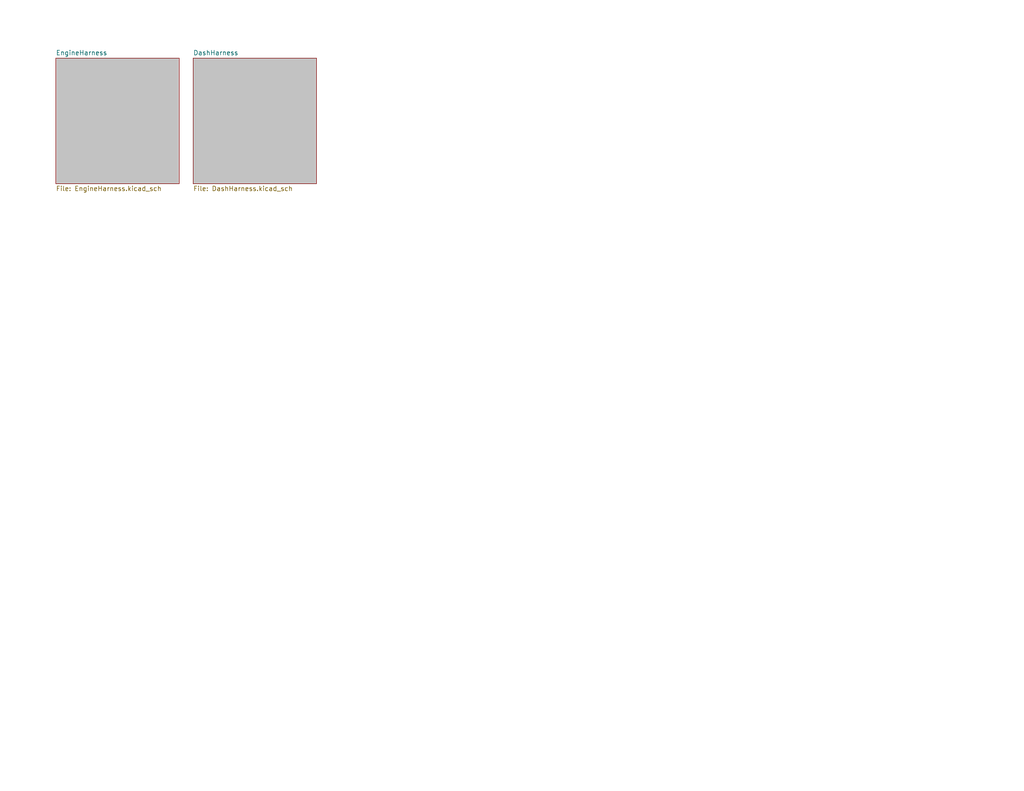
<source format=kicad_sch>
(kicad_sch (version 20230121) (generator eeschema)
  (paper "USLetter")
  (title_block (title "BMW 07K Wiring") (date "2023-03-28") (rev "v1"))
  (lib_symbols)
  (sheet (at 52.705 15.875) (size 33.655 34.29) (stroke (width 0.1524)) (fill (color 194 194 194 1.0000))
    (property "Sheetname" "DashHarness" (at 52.705 15.1634 0) (effects (justify left bottom)))
    (property "Sheetfile" "DashHarness.kicad_sch" (at 52.705 50.7496 0) (effects (justify left top)))
  )
  (sheet (at 15.24 15.875) (size 33.655 34.29) (stroke (width 0.1524)) (fill (color 194 194 194 1.0000))
    (property "Sheetname" "EngineHarness" (at 15.24 15.1634 0) (effects (justify left bottom)))
    (property "Sheetfile" "EngineHarness.kicad_sch" (at 15.24 50.7496 0) (effects (justify left top)))
  )
)
</source>
